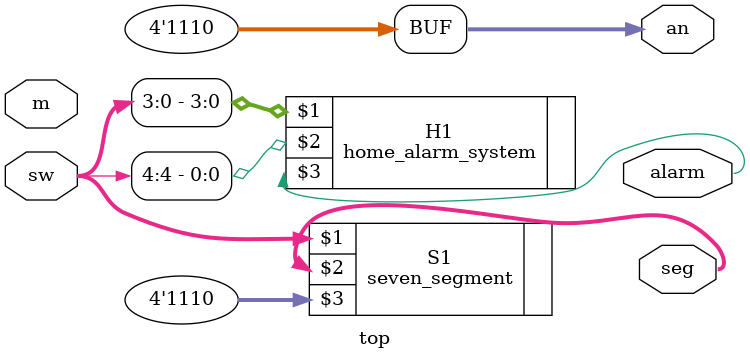
<source format=v>
`timescale 1ns / 1ps

// Description: This digital design involves a mock-up alarm system where it is enable by a switch on the Basys 4.
// If the system is enabled, it will count the number sensors triggered (switches 0-3) and display it on the right-most 7-segment display.
// If the system is enabled and no sensor is triggered, it displays A for Alarm.
// If the system is not enabled, it will display 0 for Off. 

// Dependencies: 
// 
// Revision:
// Revision 0.01 - File Created
// Additional Comments:
// 
//////////////////////////////////////////////////////////////////////////////////


module top(
    input [4:0] sw,
    // sw[3-0]: doors, windows, sensors, etc.
    // sw[4]: enable
    input m,
    output alarm,
    output [3:0] an,
    output [6:0] seg
    );
    
    assign an = 4'b1110;        // turn on the right-most 7-seg display 
    
    seven_segment S1 (sw[4:0], seg, an);    // display 0 or A on the 7-seg
    home_alarm_system H1 (sw[3:0], sw[4], alarm);   // Turn on/off LED, indicates sensor detections
    
endmodule

</source>
